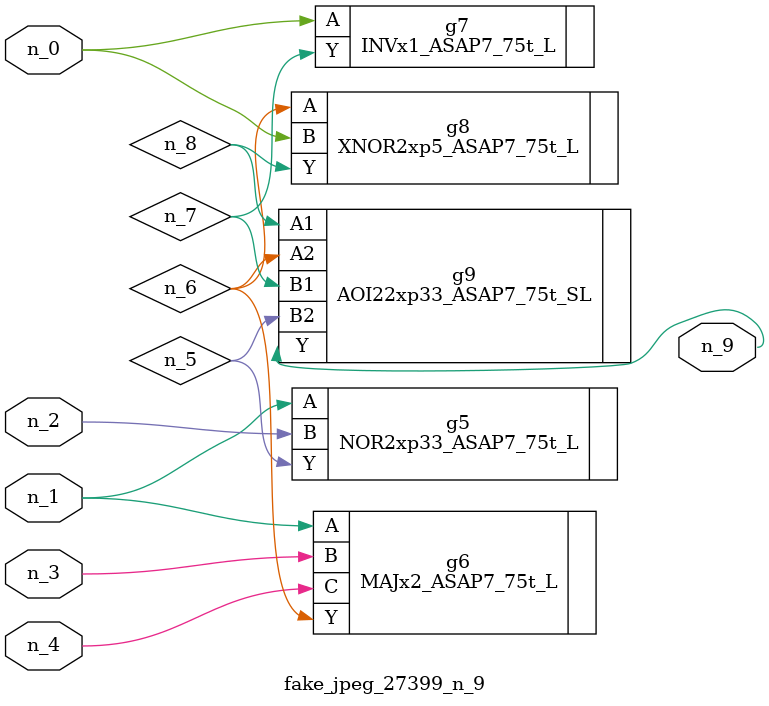
<source format=v>
module fake_jpeg_27399_n_9 (n_3, n_2, n_1, n_0, n_4, n_9);

input n_3;
input n_2;
input n_1;
input n_0;
input n_4;

output n_9;

wire n_8;
wire n_6;
wire n_5;
wire n_7;

NOR2xp33_ASAP7_75t_L g5 ( 
.A(n_1),
.B(n_2),
.Y(n_5)
);

MAJx2_ASAP7_75t_L g6 ( 
.A(n_1),
.B(n_3),
.C(n_4),
.Y(n_6)
);

INVx1_ASAP7_75t_L g7 ( 
.A(n_0),
.Y(n_7)
);

XNOR2xp5_ASAP7_75t_L g8 ( 
.A(n_6),
.B(n_0),
.Y(n_8)
);

AOI22xp33_ASAP7_75t_SL g9 ( 
.A1(n_8),
.A2(n_6),
.B1(n_7),
.B2(n_5),
.Y(n_9)
);


endmodule
</source>
